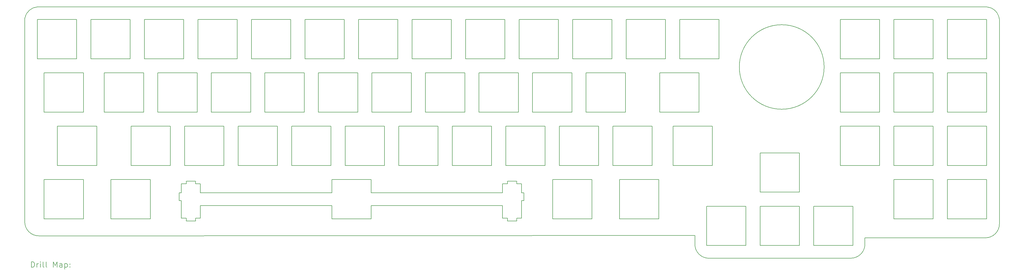
<source format=gbr>
%TF.GenerationSoftware,KiCad,Pcbnew,7.0.1*%
%TF.CreationDate,2023-04-18T10:43:31-07:00*%
%TF.ProjectId,switchplate,73776974-6368-4706-9c61-74652e6b6963,rev?*%
%TF.SameCoordinates,Original*%
%TF.FileFunction,Drillmap*%
%TF.FilePolarity,Positive*%
%FSLAX45Y45*%
G04 Gerber Fmt 4.5, Leading zero omitted, Abs format (unit mm)*
G04 Created by KiCad (PCBNEW 7.0.1) date 2023-04-18 10:43:31*
%MOMM*%
%LPD*%
G01*
G04 APERTURE LIST*
%ADD10C,0.200000*%
%ADD11C,0.188976*%
G04 APERTURE END LIST*
D10*
X25047767Y-7686000D02*
G75*
G03*
X25047767Y-7686000I-1508767J0D01*
G01*
X30786394Y-13786793D02*
G75*
G03*
X31286603Y-13286894I206J500003D01*
G01*
X26000248Y-14513250D02*
G75*
G03*
X26500000Y-14013248I-248J500000D01*
G01*
X20447998Y-14015752D02*
G75*
G03*
X20948248Y-14515752I500002J2D01*
G01*
X-3399189Y-13215979D02*
G75*
G03*
X-2898979Y-13715790I500000J189D01*
G01*
X-3399189Y-13215979D02*
X-3401900Y-6039501D01*
X31286603Y-13286894D02*
X31288097Y-6039501D01*
X20948248Y-14515752D02*
X26000248Y-14513248D01*
X26500000Y-13785000D02*
X30786394Y-13786791D01*
X26500000Y-14013248D02*
X26500000Y-13785000D01*
X20448000Y-13706000D02*
X20448000Y-14015752D01*
X-2898979Y-13715790D02*
X20448000Y-13706000D01*
D11*
X30835598Y-5991901D02*
X29435598Y-5991901D01*
X30835598Y-7392001D02*
X30835598Y-5991901D01*
X29435598Y-7392001D02*
X30835598Y-7392001D01*
X29435598Y-5991901D02*
X29435598Y-7392001D01*
X28930596Y-5991901D02*
X27530596Y-5991901D01*
X28930596Y-7392001D02*
X28930596Y-5991901D01*
X27530596Y-7392001D02*
X28930596Y-7392001D01*
X27530596Y-5991901D02*
X27530596Y-7392001D01*
X27025597Y-5991901D02*
X25625597Y-5991901D01*
X27025597Y-7392001D02*
X27025597Y-5991901D01*
X25625597Y-7392001D02*
X27025597Y-7392001D01*
X25625597Y-5991901D02*
X25625597Y-7392001D01*
X21310599Y-5991901D02*
X19910599Y-5991901D01*
X21310599Y-7392001D02*
X21310599Y-5991901D01*
X19910599Y-7392001D02*
X21310599Y-7392001D01*
X19910599Y-5991901D02*
X19910599Y-7392001D01*
X19405599Y-5991901D02*
X18005599Y-5991901D01*
X19405599Y-7392001D02*
X19405599Y-5991901D01*
X18005599Y-7392001D02*
X19405599Y-7392001D01*
X18005599Y-5991901D02*
X18005599Y-7392001D01*
X17500599Y-5991901D02*
X16100599Y-5991901D01*
X17500599Y-7392001D02*
X17500599Y-5991901D01*
X16100599Y-7392001D02*
X17500599Y-7392001D01*
X16100599Y-5991901D02*
X16100599Y-7392001D01*
X15595598Y-5991901D02*
X14195598Y-5991901D01*
X15595598Y-7392001D02*
X15595598Y-5991901D01*
X14195598Y-7392001D02*
X15595598Y-7392001D01*
X14195598Y-5991901D02*
X14195598Y-7392001D01*
X13690598Y-5991901D02*
X12290598Y-5991901D01*
X13690598Y-7392001D02*
X13690598Y-5991901D01*
X12290598Y-7392001D02*
X13690598Y-7392001D01*
X12290598Y-5991901D02*
X12290598Y-7392001D01*
X11785599Y-5991901D02*
X10385599Y-5991901D01*
X11785599Y-7392001D02*
X11785599Y-5991901D01*
X10385599Y-7392001D02*
X11785599Y-7392001D01*
X10385599Y-5991901D02*
X10385599Y-7392001D01*
X9880599Y-5991901D02*
X8480499Y-5991901D01*
X9880599Y-7392001D02*
X9880599Y-5991901D01*
X8480499Y-7392001D02*
X9880599Y-7392001D01*
X8480499Y-5991901D02*
X8480499Y-7392001D01*
X7975499Y-5991901D02*
X6575499Y-5991901D01*
X7975499Y-7392001D02*
X7975499Y-5991901D01*
X6575499Y-7392001D02*
X7975499Y-7392001D01*
X6575499Y-5991901D02*
X6575499Y-7392001D01*
X6070599Y-5991901D02*
X4670599Y-5991901D01*
X6070599Y-7392001D02*
X6070599Y-5991901D01*
X4670599Y-7392001D02*
X6070599Y-7392001D01*
X4670599Y-5991901D02*
X4670599Y-7392001D01*
X4165599Y-5991901D02*
X2765600Y-5991901D01*
X4165599Y-7392001D02*
X4165599Y-5991901D01*
X2765600Y-7392001D02*
X4165599Y-7392001D01*
X2765600Y-5991901D02*
X2765600Y-7392001D01*
X2260600Y-5991901D02*
X860600Y-5991901D01*
X2260600Y-7392001D02*
X2260600Y-5991901D01*
X860600Y-7392001D02*
X2260600Y-7392001D01*
X860600Y-5991901D02*
X860600Y-7392001D01*
X355600Y-5991901D02*
X-1044400Y-5991901D01*
X355600Y-7392001D02*
X355600Y-5991901D01*
X-1044400Y-7392001D02*
X355600Y-7392001D01*
X-1044400Y-5991901D02*
X-1044400Y-7392001D01*
X-1549400Y-5991901D02*
X-2949500Y-5991901D01*
X-1549400Y-7392001D02*
X-1549400Y-5991901D01*
X-2949500Y-7392001D02*
X-1549400Y-7392001D01*
X-2949500Y-5991901D02*
X-2949500Y-7392001D01*
X30835598Y-7897001D02*
X29435598Y-7897001D01*
X30835598Y-9297001D02*
X30835598Y-7897001D01*
X29435598Y-9297001D02*
X30835598Y-9297001D01*
X29435598Y-7897001D02*
X29435598Y-9297001D01*
X28930596Y-7897001D02*
X27530596Y-7897001D01*
X28930596Y-9297001D02*
X28930596Y-7897001D01*
X27530596Y-9297001D02*
X28930596Y-9297001D01*
X27530596Y-7897001D02*
X27530596Y-9297001D01*
X27025597Y-7897001D02*
X25625597Y-7897001D01*
X27025597Y-9297001D02*
X27025597Y-7897001D01*
X25625597Y-9297001D02*
X27025597Y-9297001D01*
X25625597Y-7897001D02*
X25625597Y-9297001D01*
X20596198Y-7897001D02*
X19196198Y-7897001D01*
X20596198Y-9297001D02*
X20596198Y-7897001D01*
X19196198Y-9297001D02*
X20596198Y-9297001D01*
X19196198Y-7897001D02*
X19196198Y-9297001D01*
X17976798Y-7897001D02*
X16576798Y-7897001D01*
X17976798Y-9297001D02*
X17976798Y-7897001D01*
X16576798Y-9297001D02*
X17976798Y-9297001D01*
X16576798Y-7897001D02*
X16576798Y-9297001D01*
X16071799Y-7897001D02*
X14671799Y-7897001D01*
X16071799Y-9297001D02*
X16071799Y-7897001D01*
X14671799Y-9297001D02*
X16071799Y-9297001D01*
X14671799Y-7897001D02*
X14671799Y-9297001D01*
X14166799Y-7897001D02*
X12766799Y-7897001D01*
X14166799Y-9297001D02*
X14166799Y-7897001D01*
X12766799Y-9297001D02*
X14166799Y-9297001D01*
X12766799Y-7897001D02*
X12766799Y-9297001D01*
X12261798Y-7897001D02*
X10861799Y-7897001D01*
X12261798Y-9297001D02*
X12261798Y-7897001D01*
X10861799Y-9297001D02*
X12261798Y-9297001D01*
X10861799Y-7897001D02*
X10861799Y-9297001D01*
X10356798Y-7897001D02*
X8956699Y-7897001D01*
X10356798Y-9297001D02*
X10356798Y-7897001D01*
X8956699Y-9297001D02*
X10356798Y-9297001D01*
X8956699Y-7897001D02*
X8956699Y-9297001D01*
X8451799Y-7897001D02*
X7051799Y-7897001D01*
X8451799Y-9297001D02*
X8451799Y-7897001D01*
X7051799Y-9297001D02*
X8451799Y-9297001D01*
X7051799Y-7897001D02*
X7051799Y-9297001D01*
X6546799Y-7897001D02*
X5146799Y-7897001D01*
X6546799Y-9297001D02*
X6546799Y-7897001D01*
X5146799Y-9297001D02*
X6546799Y-9297001D01*
X5146799Y-7897001D02*
X5146799Y-9297001D01*
X4641800Y-7897001D02*
X3241800Y-7897001D01*
X4641800Y-9297001D02*
X4641800Y-7897001D01*
X3241800Y-9297001D02*
X4641800Y-9297001D01*
X3241800Y-7897001D02*
X3241800Y-9297001D01*
X2736799Y-7897001D02*
X1336800Y-7897001D01*
X2736799Y-9297001D02*
X2736799Y-7897001D01*
X1336800Y-9297001D02*
X2736799Y-9297001D01*
X1336800Y-7897001D02*
X1336800Y-9297001D01*
X831800Y-7897001D02*
X-568200Y-7897001D01*
X831800Y-9297001D02*
X831800Y-7897001D01*
X-568200Y-9297001D02*
X831800Y-9297001D01*
X-568200Y-7897001D02*
X-568200Y-9297001D01*
X-1311300Y-7897001D02*
X-2711300Y-7897001D01*
X-1311300Y-9297001D02*
X-1311300Y-7897001D01*
X-2711300Y-9297001D02*
X-1311300Y-9297001D01*
X-2711300Y-7897001D02*
X-2711300Y-9297001D01*
X30835598Y-9802001D02*
X29435598Y-9802001D01*
X30835598Y-11202001D02*
X30835598Y-9802001D01*
X29435598Y-11202001D02*
X30835598Y-11202001D01*
X29435598Y-9802001D02*
X29435598Y-11202001D01*
X28930596Y-9802001D02*
X27530596Y-9802001D01*
X28930596Y-11202001D02*
X28930596Y-9802001D01*
X27530596Y-11202001D02*
X28930596Y-11202001D01*
X27530596Y-9802001D02*
X27530596Y-11202001D01*
X27025597Y-9802001D02*
X25625597Y-9802001D01*
X27025597Y-11202001D02*
X27025597Y-9802001D01*
X25625597Y-11202001D02*
X27025597Y-11202001D01*
X25625597Y-9802001D02*
X25625597Y-11202001D01*
X21072399Y-9802001D02*
X19672399Y-9802001D01*
X21072399Y-11202001D02*
X21072399Y-9802001D01*
X19672399Y-11202001D02*
X21072399Y-11202001D01*
X19672399Y-9802001D02*
X19672399Y-11202001D01*
X18929299Y-9802001D02*
X17529299Y-9802001D01*
X18929299Y-11202001D02*
X18929299Y-9802001D01*
X17529299Y-11202001D02*
X18929299Y-11202001D01*
X17529299Y-9802001D02*
X17529299Y-11202001D01*
X17024299Y-9802001D02*
X15624298Y-9802001D01*
X17024299Y-11202001D02*
X17024299Y-9802001D01*
X15624298Y-11202001D02*
X17024299Y-11202001D01*
X15624298Y-9802001D02*
X15624298Y-11202001D01*
X15119298Y-9802001D02*
X13719298Y-9802001D01*
X15119298Y-11202001D02*
X15119298Y-9802001D01*
X13719298Y-11202001D02*
X15119298Y-11202001D01*
X13719298Y-9802001D02*
X13719298Y-11202001D01*
X13214298Y-9802001D02*
X11814298Y-9802001D01*
X13214298Y-11202001D02*
X13214298Y-9802001D01*
X11814298Y-11202001D02*
X13214298Y-11202001D01*
X11814298Y-9802001D02*
X11814298Y-11202001D01*
X11309299Y-9802001D02*
X9909299Y-9802001D01*
X11309299Y-11202001D02*
X11309299Y-9802001D01*
X9909299Y-11202001D02*
X11309299Y-11202001D01*
X9909299Y-9802001D02*
X9909299Y-11202001D01*
X9404299Y-9802001D02*
X8004300Y-9802001D01*
X9404299Y-11202001D02*
X9404299Y-9802001D01*
X8004300Y-11202001D02*
X9404299Y-11202001D01*
X8004300Y-9802001D02*
X8004300Y-11202001D01*
X7499299Y-9802001D02*
X6099299Y-9802001D01*
X7499299Y-11202001D02*
X7499299Y-9802001D01*
X6099299Y-11202001D02*
X7499299Y-11202001D01*
X6099299Y-9802001D02*
X6099299Y-11202001D01*
X5594299Y-9802001D02*
X4194299Y-9802001D01*
X5594299Y-11202001D02*
X5594299Y-9802001D01*
X4194299Y-11202001D02*
X5594299Y-11202001D01*
X4194299Y-9802001D02*
X4194299Y-11202001D01*
X3689299Y-9802001D02*
X2289299Y-9802001D01*
X3689299Y-11202001D02*
X3689299Y-9802001D01*
X2289299Y-11202001D02*
X3689299Y-11202001D01*
X2289299Y-9802001D02*
X2289299Y-11202001D01*
X1784299Y-9802001D02*
X384299Y-9802001D01*
X1784299Y-11202001D02*
X1784299Y-9802001D01*
X384299Y-11202001D02*
X1784299Y-11202001D01*
X384299Y-9802001D02*
X384299Y-11202001D01*
X-835100Y-9802001D02*
X-2235100Y-9802001D01*
X-835100Y-11202001D02*
X-835100Y-9802001D01*
X-2235100Y-11202001D02*
X-835100Y-11202001D01*
X-2235100Y-9802001D02*
X-2235100Y-11202001D01*
X24168096Y-10754501D02*
X22768096Y-10754501D01*
X24168096Y-12154500D02*
X24168096Y-10754501D01*
X22768096Y-12154500D02*
X24168096Y-12154500D01*
X22768096Y-10754501D02*
X22768096Y-12154500D01*
X30835598Y-11707000D02*
X29435598Y-11707000D01*
X30835598Y-13107000D02*
X30835598Y-11707000D01*
X29435598Y-13107000D02*
X30835598Y-13107000D01*
X29435598Y-11707000D02*
X29435598Y-13107000D01*
X28930596Y-11707000D02*
X27530596Y-11707000D01*
X28930596Y-13107000D02*
X28930596Y-11707000D01*
X27530596Y-13107000D02*
X28930596Y-13107000D01*
X27530596Y-11707000D02*
X27530596Y-13107000D01*
X19167399Y-11707000D02*
X17767399Y-11707000D01*
X19167399Y-13107000D02*
X19167399Y-11707000D01*
X17767399Y-13107000D02*
X19167399Y-13107000D01*
X17767399Y-11707000D02*
X17767399Y-13107000D01*
X16786199Y-11707000D02*
X15386199Y-11707000D01*
X16786199Y-13107000D02*
X16786199Y-11707000D01*
X15386199Y-13107000D02*
X16786199Y-13107000D01*
X15386199Y-11707000D02*
X15386199Y-13107000D01*
X1069900Y-11707000D02*
X-330100Y-11707000D01*
X1069900Y-13107000D02*
X1069900Y-11707000D01*
X-330100Y-13107000D02*
X1069900Y-13107000D01*
X-330100Y-11707000D02*
X-330100Y-13107000D01*
X-1311300Y-11707000D02*
X-2711300Y-11707000D01*
X-1311300Y-13107000D02*
X-1311300Y-11707000D01*
X-2711300Y-13107000D02*
X-1311300Y-13107000D01*
X-2711300Y-11707000D02*
X-2711300Y-13107000D01*
X8928098Y-11707000D02*
X7528099Y-11707000D01*
X8928098Y-12177000D02*
X8928098Y-11707000D01*
X13605599Y-12177000D02*
X8928098Y-12177000D01*
X13605599Y-11854001D02*
X13605599Y-12177000D01*
X13778098Y-11854001D02*
X13605599Y-11854001D01*
X13778098Y-11762000D02*
X13778098Y-11854001D01*
X14108098Y-11762000D02*
X13778098Y-11762000D01*
X14108098Y-11854001D02*
X14108098Y-11762000D01*
X14280599Y-11854001D02*
X14108098Y-11854001D01*
X14280599Y-12177000D02*
X14280599Y-11854001D01*
X14363099Y-12177000D02*
X14280599Y-12177000D01*
X14363099Y-12457000D02*
X14363099Y-12177000D01*
X14280599Y-12457000D02*
X14363099Y-12457000D01*
X14280599Y-13084000D02*
X14280599Y-12457000D01*
X14108098Y-13084000D02*
X14280599Y-13084000D01*
X14108098Y-13182000D02*
X14108098Y-13084000D01*
X13778098Y-13182000D02*
X14108098Y-13182000D01*
X13778098Y-13084000D02*
X13778098Y-13182000D01*
X13605599Y-13084000D02*
X13778098Y-13084000D01*
X13605599Y-12637000D02*
X13605599Y-13084000D01*
X8928098Y-12637000D02*
X13605599Y-12637000D01*
X8928098Y-13107000D02*
X8928098Y-12637000D01*
X7528099Y-13107000D02*
X8928098Y-13107000D01*
X7528099Y-12637000D02*
X7528099Y-13107000D01*
X2850599Y-12637000D02*
X7528099Y-12637000D01*
X2850599Y-13084000D02*
X2850599Y-12637000D01*
X2678100Y-13084000D02*
X2850599Y-13084000D01*
X2678100Y-13182000D02*
X2678100Y-13084000D01*
X2348100Y-13182000D02*
X2678100Y-13182000D01*
X2348100Y-13084000D02*
X2348100Y-13182000D01*
X2175600Y-13084000D02*
X2348100Y-13084000D01*
X2175600Y-12457000D02*
X2175600Y-13084000D01*
X2093000Y-12457000D02*
X2175600Y-12457000D01*
X2093000Y-12177000D02*
X2093000Y-12457000D01*
X2175600Y-12177000D02*
X2093000Y-12177000D01*
X2175600Y-11854001D02*
X2175600Y-12177000D01*
X2348100Y-11854001D02*
X2175600Y-11854001D01*
X2348100Y-11762000D02*
X2348100Y-11854001D01*
X2678100Y-11762000D02*
X2348100Y-11762000D01*
X2678100Y-11854001D02*
X2678100Y-11762000D01*
X2850599Y-11854001D02*
X2678100Y-11854001D01*
X2850599Y-12177000D02*
X2850599Y-11854001D01*
X7528099Y-12177000D02*
X2850599Y-12177000D01*
X7528099Y-11707000D02*
X7528099Y-12177000D01*
X26073098Y-12659500D02*
X24673098Y-12659500D01*
X26073098Y-14059500D02*
X26073098Y-12659500D01*
X24673098Y-14059500D02*
X26073098Y-14059500D01*
X24673098Y-12659500D02*
X24673098Y-14059500D01*
X24168096Y-12659500D02*
X22768096Y-12659500D01*
X24168096Y-14059500D02*
X24168096Y-12659500D01*
X22768096Y-14059500D02*
X24168096Y-14059500D01*
X22768096Y-12659500D02*
X22768096Y-14059500D01*
X22262996Y-12659500D02*
X20863099Y-12659500D01*
X22262996Y-14059500D02*
X22262996Y-12659500D01*
X20863099Y-14059500D02*
X22262996Y-14059500D01*
X20863099Y-12659500D02*
X20863099Y-14059500D01*
X-2901900Y-5539401D02*
X30788198Y-5539501D01*
X-2941200Y-5541001D02*
X-2901900Y-5539401D01*
X-2980200Y-5545601D02*
X-2941200Y-5541001D01*
X-3018700Y-5553301D02*
X-2980200Y-5545601D01*
X-3056500Y-5563901D02*
X-3018700Y-5553301D01*
X-3093300Y-5577501D02*
X-3056500Y-5563901D01*
X-3128900Y-5593901D02*
X-3093300Y-5577501D01*
X-3163200Y-5613101D02*
X-3128900Y-5593901D01*
X-3195800Y-5634901D02*
X-3163200Y-5613101D01*
X-3226700Y-5659201D02*
X-3195800Y-5634901D01*
X-3255500Y-5685901D02*
X-3226700Y-5659201D01*
X-3282200Y-5714701D02*
X-3255500Y-5685901D01*
X-3306500Y-5745601D02*
X-3282200Y-5714701D01*
X-3328300Y-5778201D02*
X-3306500Y-5745601D01*
X-3347500Y-5812501D02*
X-3328300Y-5778201D01*
X-3363900Y-5848101D02*
X-3347500Y-5812501D01*
X-3377500Y-5884901D02*
X-3363900Y-5848101D01*
X-3388100Y-5922701D02*
X-3377500Y-5884901D01*
X-3395800Y-5961201D02*
X-3388100Y-5922701D01*
X-3400400Y-6000201D02*
X-3395800Y-5961201D01*
X-3401900Y-6039501D02*
X-3400400Y-6000201D01*
X31286596Y-6000201D02*
X31288097Y-6039501D01*
X31281997Y-5961201D02*
X31286596Y-6000201D01*
X31274297Y-5922701D02*
X31281997Y-5961201D01*
X31263698Y-5884901D02*
X31274297Y-5922701D01*
X31250097Y-5848101D02*
X31263698Y-5884901D01*
X31233696Y-5812501D02*
X31250097Y-5848101D01*
X31214498Y-5778201D02*
X31233696Y-5812501D01*
X31192696Y-5745601D02*
X31214498Y-5778201D01*
X31168398Y-5714701D02*
X31192696Y-5745601D01*
X31141698Y-5685901D02*
X31168398Y-5714701D01*
X31112896Y-5659201D02*
X31141698Y-5685901D01*
X31081997Y-5634901D02*
X31112896Y-5659201D01*
X31049398Y-5613101D02*
X31081997Y-5634901D01*
X31015096Y-5593901D02*
X31049398Y-5613101D01*
X30979497Y-5577501D02*
X31015096Y-5593901D01*
X30942696Y-5563901D02*
X30979497Y-5577501D01*
X30904897Y-5553301D02*
X30942696Y-5563901D01*
X30866396Y-5545601D02*
X30904897Y-5553301D01*
X30827398Y-5541001D02*
X30866396Y-5545601D01*
X30788198Y-5539501D02*
X30827398Y-5541001D01*
D10*
X-3164281Y-14838276D02*
X-3164281Y-14638276D01*
X-3164281Y-14638276D02*
X-3116662Y-14638276D01*
X-3116662Y-14638276D02*
X-3088090Y-14647800D01*
X-3088090Y-14647800D02*
X-3069043Y-14666847D01*
X-3069043Y-14666847D02*
X-3059519Y-14685895D01*
X-3059519Y-14685895D02*
X-3049995Y-14723990D01*
X-3049995Y-14723990D02*
X-3049995Y-14752562D01*
X-3049995Y-14752562D02*
X-3059519Y-14790657D01*
X-3059519Y-14790657D02*
X-3069043Y-14809704D01*
X-3069043Y-14809704D02*
X-3088090Y-14828752D01*
X-3088090Y-14828752D02*
X-3116662Y-14838276D01*
X-3116662Y-14838276D02*
X-3164281Y-14838276D01*
X-2964281Y-14838276D02*
X-2964281Y-14704942D01*
X-2964281Y-14743038D02*
X-2954757Y-14723990D01*
X-2954757Y-14723990D02*
X-2945233Y-14714466D01*
X-2945233Y-14714466D02*
X-2926186Y-14704942D01*
X-2926186Y-14704942D02*
X-2907138Y-14704942D01*
X-2840471Y-14838276D02*
X-2840471Y-14704942D01*
X-2840471Y-14638276D02*
X-2849995Y-14647800D01*
X-2849995Y-14647800D02*
X-2840471Y-14657323D01*
X-2840471Y-14657323D02*
X-2830948Y-14647800D01*
X-2830948Y-14647800D02*
X-2840471Y-14638276D01*
X-2840471Y-14638276D02*
X-2840471Y-14657323D01*
X-2716662Y-14838276D02*
X-2735710Y-14828752D01*
X-2735710Y-14828752D02*
X-2745233Y-14809704D01*
X-2745233Y-14809704D02*
X-2745233Y-14638276D01*
X-2611900Y-14838276D02*
X-2630948Y-14828752D01*
X-2630948Y-14828752D02*
X-2640472Y-14809704D01*
X-2640472Y-14809704D02*
X-2640472Y-14638276D01*
X-2383329Y-14838276D02*
X-2383329Y-14638276D01*
X-2383329Y-14638276D02*
X-2316662Y-14781133D01*
X-2316662Y-14781133D02*
X-2249995Y-14638276D01*
X-2249995Y-14638276D02*
X-2249995Y-14838276D01*
X-2069043Y-14838276D02*
X-2069043Y-14733514D01*
X-2069043Y-14733514D02*
X-2078567Y-14714466D01*
X-2078567Y-14714466D02*
X-2097614Y-14704942D01*
X-2097614Y-14704942D02*
X-2135710Y-14704942D01*
X-2135710Y-14704942D02*
X-2154757Y-14714466D01*
X-2069043Y-14828752D02*
X-2088090Y-14838276D01*
X-2088090Y-14838276D02*
X-2135710Y-14838276D01*
X-2135710Y-14838276D02*
X-2154757Y-14828752D01*
X-2154757Y-14828752D02*
X-2164281Y-14809704D01*
X-2164281Y-14809704D02*
X-2164281Y-14790657D01*
X-2164281Y-14790657D02*
X-2154757Y-14771609D01*
X-2154757Y-14771609D02*
X-2135710Y-14762085D01*
X-2135710Y-14762085D02*
X-2088090Y-14762085D01*
X-2088090Y-14762085D02*
X-2069043Y-14752562D01*
X-1973805Y-14704942D02*
X-1973805Y-14904942D01*
X-1973805Y-14714466D02*
X-1954757Y-14704942D01*
X-1954757Y-14704942D02*
X-1916662Y-14704942D01*
X-1916662Y-14704942D02*
X-1897614Y-14714466D01*
X-1897614Y-14714466D02*
X-1888090Y-14723990D01*
X-1888090Y-14723990D02*
X-1878567Y-14743038D01*
X-1878567Y-14743038D02*
X-1878567Y-14800181D01*
X-1878567Y-14800181D02*
X-1888090Y-14819228D01*
X-1888090Y-14819228D02*
X-1897614Y-14828752D01*
X-1897614Y-14828752D02*
X-1916662Y-14838276D01*
X-1916662Y-14838276D02*
X-1954757Y-14838276D01*
X-1954757Y-14838276D02*
X-1973805Y-14828752D01*
X-1792852Y-14819228D02*
X-1783329Y-14828752D01*
X-1783329Y-14828752D02*
X-1792852Y-14838276D01*
X-1792852Y-14838276D02*
X-1802376Y-14828752D01*
X-1802376Y-14828752D02*
X-1792852Y-14819228D01*
X-1792852Y-14819228D02*
X-1792852Y-14838276D01*
X-1792852Y-14714466D02*
X-1783329Y-14723990D01*
X-1783329Y-14723990D02*
X-1792852Y-14733514D01*
X-1792852Y-14733514D02*
X-1802376Y-14723990D01*
X-1802376Y-14723990D02*
X-1792852Y-14714466D01*
X-1792852Y-14714466D02*
X-1792852Y-14733514D01*
M02*

</source>
